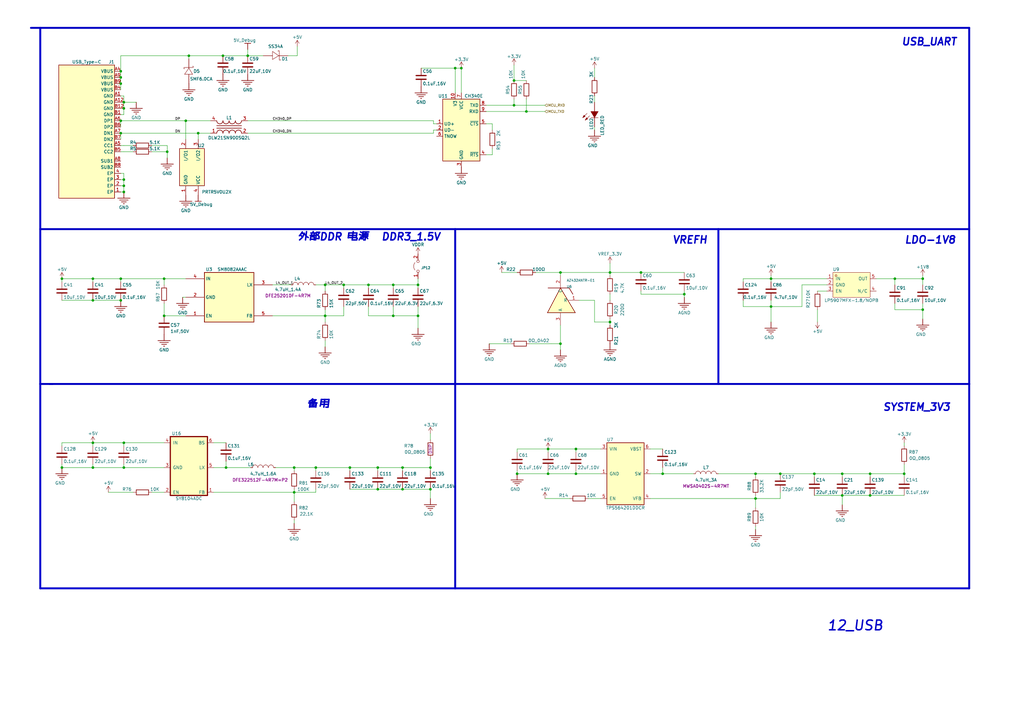
<source format=kicad_sch>
(kicad_sch (version 20230121) (generator eeschema)
  (paper "A3")
  (junction (at 120.65 191.77))
  (junction (at 91.44 22.86))
  (junction (at 49.53 123.19))
  (junction (at 38.1 191.77))
  (junction (at 334.01 194.31))
  (junction (at 224.79 184.15))
  (junction (at 250.19 111.76))
  (junction (at 212.09 194.31))
  (junction (at 345.44 203.2))
  (junction (at 133.35 116.84))
  (junction (at 143.51 191.77))
  (junction (at 133.35 129.54))
  (junction (at 356.87 203.2))
  (junction (at 367.03 114.3))
  (junction (at 176.53 191.77))
  (junction (at 50.8 181.61))
  (junction (at 250.19 132.08))
  (junction (at 262.89 111.76))
  (junction (at 92.71 191.77))
  (junction (at 67.31 129.54))
  (junction (at 370.84 194.31))
  (junction (at 161.29 116.84))
  (junction (at 189.23 27.94))
  (junction (at 210.82 33.02))
  (junction (at 378.46 127))
  (junction (at 154.94 200.66))
  (junction (at 320.04 194.31))
  (junction (at 165.1 200.66))
  (junction (at 38.1 123.19))
  (junction (at 76.2 49.53))
  (junction (at 49.53 34.29))
  (junction (at 25.4 114.3))
  (junction (at 49.53 29.21))
  (junction (at 38.1 114.3))
  (junction (at 345.44 194.31))
  (junction (at 171.45 129.54))
  (junction (at 271.78 194.31))
  (junction (at 50.8 73.66))
  (junction (at 50.8 191.77))
  (junction (at 67.31 114.3))
  (junction (at 224.79 194.31))
  (junction (at 129.54 191.77))
  (junction (at 38.1 181.61))
  (junction (at 49.53 31.75))
  (junction (at 309.88 194.31))
  (junction (at 280.67 120.65))
  (junction (at 165.1 191.77))
  (junction (at 210.82 43.18))
  (junction (at 236.22 194.31))
  (junction (at 50.8 76.2))
  (junction (at 77.47 22.86))
  (junction (at 140.97 116.84))
  (junction (at 161.29 129.54))
  (junction (at 378.46 114.3))
  (junction (at 154.94 191.77))
  (junction (at 171.45 116.84))
  (junction (at 186.69 27.94))
  (junction (at 50.8 44.45))
  (junction (at 229.87 140.97))
  (junction (at 25.4 191.77))
  (junction (at 316.23 125.73))
  (junction (at 215.9 45.72))
  (junction (at 151.13 116.84))
  (junction (at 50.8 78.74))
  (junction (at 50.8 41.91))
  (junction (at 316.23 114.3))
  (junction (at 81.28 54.61))
  (junction (at 101.6 22.86))
  (junction (at 49.53 54.61))
  (junction (at 176.53 200.66))
  (junction (at 49.53 49.53))
  (junction (at 229.87 111.76))
  (junction (at 356.87 194.31))
  (junction (at 120.65 201.93))
  (junction (at 68.58 62.23))
  (junction (at 49.53 114.3))
  (junction (at 236.22 184.15))
  (junction (at 309.88 204.47))
  (wire (pts (xy 316.23 114.3) (xy 339.09 114.3)) (stroke (width 0.15)))
  (wire (pts (xy 176.53 177.8) (xy 176.53 180.34)))
  (wire (pts (xy 50.8 190.5) (xy 50.8 191.77)))
  (wire (pts (xy 49.53 76.2) (xy 50.8 76.2)))
  (wire (pts (xy 246.38 184.15) (xy 236.22 184.15)))
  (wire (pts (xy 320.04 194.31) (xy 334.01 194.31)))
  (wire (pts (xy 335.28 132.08) (xy 335.28 127)))
  (polyline (pts (xy 186.69 93.98) (xy 186.69 157.48)) (stroke (width 0.8) (type solid)))
  (wire (pts (xy 143.51 191.77) (xy 154.94 191.77)))
  (wire (pts (xy 224.79 194.31) (xy 224.79 193.04)))
  (wire (pts (xy 165.1 191.77) (xy 176.53 191.77)))
  (wire (pts (xy 189.23 38.1) (xy 189.23 27.94)) (stroke (width 0.15)))
  (wire (pts (xy 49.53 29.21) (xy 49.53 31.75)) (stroke (width 0.15)))
  (wire (pts (xy 304.8 125.73) (xy 316.23 125.73)))
  (wire (pts (xy 49.53 22.86) (xy 77.47 22.86)) (stroke (width 0.15)))
  (wire (pts (xy 370.84 194.31) (xy 370.84 195.58)))
  (wire (pts (xy 334.01 203.2) (xy 345.44 203.2)))
  (wire (pts (xy 316.23 132.08) (xy 316.23 125.73)) (stroke (width 0.15)))
  (wire (pts (xy 133.35 129.54) (xy 140.97 129.54)))
  (wire (pts (xy 250.19 113.03) (xy 250.19 111.76)) (stroke (width 0.15)))
  (wire (pts (xy 161.29 116.84) (xy 171.45 116.84)))
  (wire (pts (xy 143.51 200.66) (xy 154.94 200.66)))
  (wire (pts (xy 50.8 71.12) (xy 50.8 73.66)) (stroke (width 0.15)))
  (wire (pts (xy 62.23 59.69) (xy 68.58 59.69)) (stroke (width 0.15)))
  (wire (pts (xy 320.04 204.47) (xy 320.04 201.93)))
  (wire (pts (xy 67.31 124.46) (xy 67.31 129.54)) (stroke (width 0.15)))
  (wire (pts (xy 161.29 129.54) (xy 161.29 125.73)))
  (wire (pts (xy 77.47 22.86) (xy 91.44 22.86)) (stroke (width 0.15)))
  (wire (pts (xy 129.54 193.04) (xy 129.54 191.77)))
  (wire (pts (xy 120.65 191.77) (xy 120.65 193.04)))
  (polyline (pts (xy 397.51 157.48) (xy 397.51 241.3)) (stroke (width 0.8) (type solid)))
  (wire (pts (xy 38.1 181.61) (xy 38.1 182.88)))
  (wire (pts (xy 68.58 59.69) (xy 68.58 62.23)) (stroke (width 0.15)))
  (wire (pts (xy 316.23 113.03) (xy 316.23 114.3)) (stroke (width 0.15)))
  (wire (pts (xy 217.17 140.97) (xy 226.06 140.97)))
  (wire (pts (xy 250.19 107.95) (xy 250.19 111.76)) (stroke (width 0.15)))
  (wire (pts (xy 215.9 45.72) (xy 223.52 45.72)) (stroke (width 0.15)))
  (wire (pts (xy 236.22 184.15) (xy 236.22 185.42)))
  (wire (pts (xy 224.79 194.31) (xy 212.09 194.31)))
  (wire (pts (xy 219.71 111.76) (xy 229.87 111.76)))
  (wire (pts (xy 50.8 181.61) (xy 38.1 181.61)))
  (wire (pts (xy 367.03 114.3) (xy 367.03 116.84)) (stroke (width 0.15)))
  (wire (pts (xy 223.52 43.18) (xy 210.82 43.18)) (stroke (width 0.15)))
  (wire (pts (xy 356.87 203.2) (xy 370.84 203.2)))
  (wire (pts (xy 68.58 64.77) (xy 68.58 62.23)))
  (wire (pts (xy 87.63 181.61) (xy 92.71 181.61)))
  (wire (pts (xy 171.45 129.54) (xy 171.45 125.73)))
  (wire (pts (xy 50.8 191.77) (xy 38.1 191.77)))
  (wire (pts (xy 87.63 201.93) (xy 120.65 201.93)))
  (wire (pts (xy 212.09 194.31) (xy 212.09 193.04)))
  (wire (pts (xy 133.35 129.54) (xy 133.35 132.08)) (stroke (width 0.15)))
  (wire (pts (xy 250.19 120.65) (xy 250.19 123.19)) (stroke (width 0.15)))
  (wire (pts (xy 161.29 129.54) (xy 171.45 129.54)))
  (wire (pts (xy 177.8 50.8) (xy 177.8 49.53)))
  (wire (pts (xy 367.03 124.46) (xy 367.03 127)) (stroke (width 0.15)))
  (wire (pts (xy 92.71 191.77) (xy 102.87 191.77)))
  (wire (pts (xy 201.93 63.5) (xy 199.39 63.5)) (stroke (width 0.15)))
  (wire (pts (xy 38.1 114.3) (xy 49.53 114.3)) (stroke (width 0.15)))
  (wire (pts (xy 140.97 116.84) (xy 151.13 116.84)))
  (wire (pts (xy 356.87 194.31) (xy 356.87 195.58)))
  (wire (pts (xy 49.53 71.12) (xy 50.8 71.12)))
  (wire (pts (xy 280.67 119.38) (xy 280.67 120.65)) (stroke (width 0.15)))
  (wire (pts (xy 50.8 41.91) (xy 55.88 41.91)) (stroke (width 0.15)))
  (wire (pts (xy 25.4 123.19) (xy 38.1 123.19)) (stroke (width 0.15)))
  (wire (pts (xy 50.8 41.91) (xy 50.8 44.45)))
  (wire (pts (xy 229.87 143.51) (xy 229.87 140.97)))
  (wire (pts (xy 120.65 201.93) (xy 120.65 205.74)))
  (wire (pts (xy 271.78 194.31) (xy 284.48 194.31)))
  (wire (pts (xy 49.53 49.53) (xy 49.53 52.07)) (stroke (width 0.15)))
  (wire (pts (xy 370.84 190.5) (xy 370.84 194.31)))
  (wire (pts (xy 129.54 191.77) (xy 143.51 191.77)))
  (wire (pts (xy 199.39 50.8) (xy 201.93 50.8)) (stroke (width 0.15)))
  (wire (pts (xy 133.35 142.24) (xy 133.35 139.7)) (stroke (width 0.15)))
  (wire (pts (xy 243.84 132.08) (xy 250.19 132.08)) (stroke (width 0.15)))
  (wire (pts (xy 49.53 73.66) (xy 50.8 73.66)))
  (wire (pts (xy 328.93 116.84) (xy 328.93 125.73)) (stroke (width 0.15)))
  (polyline (pts (xy 16.51 11.43) (xy 16.51 157.48)) (stroke (width 0.8) (type solid)))
  (wire (pts (xy 309.88 194.31) (xy 320.04 194.31)))
  (polyline (pts (xy 397.51 97.79) (xy 397.51 99.06)) (stroke (width 0.5) (type solid)))
  (wire (pts (xy 50.8 76.2) (xy 50.8 78.74)) (stroke (width 0.15)))
  (wire (pts (xy 262.89 119.38) (xy 262.89 120.65)) (stroke (width 0.15)))
  (wire (pts (xy 359.41 114.3) (xy 367.03 114.3)) (stroke (width 0.15)))
  (wire (pts (xy 49.53 39.37) (xy 50.8 39.37)))
  (wire (pts (xy 339.09 116.84) (xy 328.93 116.84)) (stroke (width 0.15)))
  (wire (pts (xy 49.53 54.61) (xy 49.53 57.15)) (stroke (width 0.15)))
  (wire (pts (xy 201.93 60.96) (xy 201.93 63.5)) (stroke (width 0.15)))
  (wire (pts (xy 250.19 111.76) (xy 262.89 111.76)))
  (wire (pts (xy 151.13 116.84) (xy 151.13 118.11)))
  (wire (pts (xy 250.19 130.81) (xy 250.19 132.08)) (stroke (width 0.15)))
  (wire (pts (xy 215.9 40.64) (xy 215.9 45.72)))
  (wire (pts (xy 316.23 114.3) (xy 316.23 115.57)) (stroke (width 0.15)))
  (wire (pts (xy 304.8 114.3) (xy 316.23 114.3)))
  (wire (pts (xy 210.82 40.64) (xy 210.82 43.18)) (stroke (width 0.15)))
  (wire (pts (xy 345.44 207.01) (xy 345.44 203.2)))
  (wire (pts (xy 210.82 26.67) (xy 210.82 33.02)))
  (wire (pts (xy 229.87 111.76) (xy 250.19 111.76)) (stroke (width 0.15)))
  (wire (pts (xy 370.84 181.61) (xy 370.84 182.88)))
  (wire (pts (xy 266.7 204.47) (xy 309.88 204.47)))
  (wire (pts (xy 49.53 114.3) (xy 67.31 114.3)) (stroke (width 0.15)))
  (wire (pts (xy 304.8 123.19) (xy 304.8 125.73)))
  (wire (pts (xy 101.6 54.61) (xy 177.8 54.61)))
  (wire (pts (xy 50.8 59.69) (xy 54.61 59.69)) (stroke (width 0.15)))
  (wire (pts (xy 378.46 116.84) (xy 378.46 114.3)) (stroke (width 0.15)))
  (wire (pts (xy 186.69 27.94) (xy 189.23 27.94)) (stroke (width 0.15)))
  (wire (pts (xy 229.87 111.76) (xy 229.87 113.03)) (stroke (width 0.15)))
  (wire (pts (xy 201.93 50.8) (xy 201.93 53.34)) (stroke (width 0.15)))
  (wire (pts (xy 120.65 200.66) (xy 120.65 201.93)))
  (wire (pts (xy 120.65 214.63) (xy 120.65 213.36)) (stroke (width 0.15)))
  (wire (pts (xy 367.03 127) (xy 378.46 127)) (stroke (width 0.15)))
  (wire (pts (xy 133.35 127) (xy 133.35 129.54)) (stroke (width 0.15)))
  (wire (pts (xy 113.03 191.77) (xy 120.65 191.77)))
  (wire (pts (xy 223.52 204.47) (xy 233.68 204.47)))
  (wire (pts (xy 67.31 191.77) (xy 50.8 191.77)))
  (wire (pts (xy 38.1 191.77) (xy 25.4 191.77)))
  (wire (pts (xy 177.8 53.34) (xy 179.07 53.34)))
  (wire (pts (xy 229.87 133.35) (xy 229.87 140.97)))
  (wire (pts (xy 226.06 140.97) (xy 229.87 140.97)) (stroke (width 0.15)))
  (wire (pts (xy 101.6 49.53) (xy 125.73 49.53)) (stroke (width 0.15)))
  (wire (pts (xy 76.2 49.53) (xy 86.36 49.53)))
  (wire (pts (xy 49.53 78.74) (xy 50.8 78.74)))
  (wire (pts (xy 81.28 54.61) (xy 81.28 57.15)))
  (wire (pts (xy 176.53 191.77) (xy 176.53 193.04)))
  (wire (pts (xy 236.22 193.04) (xy 236.22 194.31)))
  (wire (pts (xy 133.35 119.38) (xy 133.35 116.84)))
  (wire (pts (xy 67.31 114.3) (xy 67.31 116.84)) (stroke (width 0.15)))
  (wire (pts (xy 177.8 54.61) (xy 177.8 53.34)))
  (wire (pts (xy 151.13 129.54) (xy 151.13 125.73)))
  (polyline (pts (xy 294.64 93.98) (xy 294.64 157.48)) (stroke (width 0.8) (type solid)))
  (wire (pts (xy 76.2 49.53) (xy 76.2 57.15)))
  (wire (pts (xy 120.65 191.77) (xy 129.54 191.77)))
  (wire (pts (xy 111.76 116.84) (xy 119.38 116.84)) (stroke (width 0.15)))
  (wire (pts (xy 176.53 204.47) (xy 176.53 200.66)))
  (wire (pts (xy 38.1 181.61) (xy 25.4 181.61)))
  (wire (pts (xy 334.01 194.31) (xy 334.01 195.58)))
  (wire (pts (xy 309.88 194.31) (xy 309.88 195.58)))
  (wire (pts (xy 309.88 217.17) (xy 309.88 215.9)) (stroke (width 0.15)))
  (wire (pts (xy 243.84 52.07) (xy 243.84 53.34)))
  (wire (pts (xy 309.88 203.2) (xy 309.88 204.47)))
  (wire (pts (xy 280.67 121.92) (xy 280.67 120.65)) (stroke (width 0.15)))
  (wire (pts (xy 209.55 140.97) (xy 200.66 140.97)) (stroke (width 0.15)))
  (wire (pts (xy 154.94 200.66) (xy 165.1 200.66)))
  (wire (pts (xy 212.09 184.15) (xy 212.09 185.42)))
  (wire (pts (xy 309.88 204.47) (xy 320.04 204.47)))
  (wire (pts (xy 92.71 191.77) (xy 92.71 189.23)))
  (wire (pts (xy 210.82 33.02) (xy 215.9 33.02)))
  (wire (pts (xy 154.94 191.77) (xy 154.94 193.04)))
  (wire (pts (xy 356.87 194.31) (xy 370.84 194.31)))
  (wire (pts (xy 328.93 125.73) (xy 316.23 125.73)) (stroke (width 0.15)))
  (wire (pts (xy 49.53 59.69) (xy 50.8 59.69)))
  (wire (pts (xy 171.45 114.3) (xy 171.45 116.84)))
  (wire (pts (xy 111.76 129.54) (xy 133.35 129.54)) (stroke (width 0.15)))
  (wire (pts (xy 179.07 50.8) (xy 177.8 50.8)))
  (wire (pts (xy 81.28 54.61) (xy 86.36 54.61)) (stroke (width 0.15)))
  (wire (pts (xy 316.23 123.19) (xy 316.23 125.73)) (stroke (width 0.15)))
  (wire (pts (xy 49.53 22.86) (xy 49.53 29.21)) (stroke (width 0.15)))
  (wire (pts (xy 87.63 191.77) (xy 92.71 191.77)))
  (wire (pts (xy 165.1 191.77) (xy 165.1 193.04)))
  (wire (pts (xy 50.8 181.61) (xy 50.8 182.88)))
  (wire (pts (xy 345.44 203.2) (xy 356.87 203.2)))
  (wire (pts (xy 101.6 20.32) (xy 101.6 22.86)) (stroke (width 0.15)))
  (polyline (pts (xy 397.51 241.3) (xy 16.51 241.3)) (stroke (width 0.8) (type solid)))
  (wire (pts (xy 101.6 22.86) (xy 107.95 22.86)))
  (wire (pts (xy 67.31 114.3) (xy 76.2 114.3)) (stroke (width 0.15)))
  (polyline (pts (xy 186.69 157.48) (xy 186.69 241.3)) (stroke (width 0.8) (type solid)))
  (wire (pts (xy 49.53 115.57) (xy 49.53 114.3)) (stroke (width 0.15)))
  (polyline (pts (xy 12.7 11.43) (xy 397.51 11.43)) (stroke (width 0.8) (type solid)))
  (wire (pts (xy 129.54 201.93) (xy 129.54 200.66)))
  (wire (pts (xy 38.1 123.19) (xy 49.53 123.19)) (stroke (width 0.15)))
  (wire (pts (xy 237.49 123.19) (xy 243.84 123.19)) (stroke (width 0.15)))
  (polyline (pts (xy 16.51 93.98) (xy 397.51 93.98)) (stroke (width 0.8) (type solid)))
  (wire (pts (xy 25.4 191.77) (xy 25.4 190.5)))
  (wire (pts (xy 309.88 204.47) (xy 309.88 208.28)))
  (wire (pts (xy 243.84 27.94) (xy 243.84 31.75)) (stroke (width 0.15)))
  (wire (pts (xy 280.67 120.65) (xy 262.89 120.65)) (stroke (width 0.15)))
  (wire (pts (xy 304.8 115.57) (xy 304.8 114.3)))
  (wire (pts (xy 77.47 22.86) (xy 77.47 24.13)))
  (wire (pts (xy 50.8 39.37) (xy 50.8 41.91)) (stroke (width 0.15)))
  (wire (pts (xy 44.45 201.93) (xy 54.61 201.93)))
  (wire (pts (xy 176.53 187.96) (xy 176.53 191.77)))
  (wire (pts (xy 67.31 181.61) (xy 50.8 181.61)))
  (wire (pts (xy 172.72 27.94) (xy 186.69 27.94)) (stroke (width 0.15)))
  (wire (pts (xy 49.53 31.75) (xy 49.53 34.29)) (stroke (width 0.15)))
  (wire (pts (xy 49.53 34.29) (xy 49.53 36.83)) (stroke (width 0.15)))
  (wire (pts (xy 140.97 116.84) (xy 140.97 118.11)))
  (wire (pts (xy 133.35 116.84) (xy 140.97 116.84)))
  (wire (pts (xy 243.84 123.19) (xy 243.84 132.08)) (stroke (width 0.15)))
  (wire (pts (xy 38.1 115.57) (xy 38.1 114.3)) (stroke (width 0.15)))
  (wire (pts (xy 121.92 19.05) (xy 121.92 22.86)))
  (wire (pts (xy 120.65 201.93) (xy 129.54 201.93)))
  (wire (pts (xy 339.09 119.38) (xy 335.28 119.38)) (stroke (width 0.15)))
  (wire (pts (xy 165.1 200.66) (xy 176.53 200.66)))
  (wire (pts (xy 171.45 134.62) (xy 171.45 129.54)))
  (wire (pts (xy 210.82 43.18) (xy 199.39 43.18)) (stroke (width 0.15)))
  (wire (pts (xy 250.19 133.35) (xy 250.19 132.08)) (stroke (width 0.15)))
  (wire (pts (xy 345.44 194.31) (xy 356.87 194.31)))
  (wire (pts (xy 121.92 22.86) (xy 118.11 22.86)))
  (wire (pts (xy 143.51 191.77) (xy 143.51 193.04)))
  (wire (pts (xy 62.23 62.23) (xy 68.58 62.23)) (stroke (width 0.15)))
  (wire (pts (xy 151.13 116.84) (xy 161.29 116.84)))
  (wire (pts (xy 161.29 116.84) (xy 161.29 118.11)))
  (wire (pts (xy 378.46 130.81) (xy 378.46 127)) (stroke (width 0.15)))
  (wire (pts (xy 49.53 46.99) (xy 50.8 46.99)))
  (polyline (pts (xy 16.51 157.48) (xy 21.59 157.48)) (stroke (width 0.8) (type solid)))
  (wire (pts (xy 38.1 191.77) (xy 38.1 190.5)))
  (wire (pts (xy 266.7 184.15) (xy 271.78 184.15)))
  (wire (pts (xy 294.64 194.31) (xy 309.88 194.31)))
  (wire (pts (xy 154.94 191.77) (xy 165.1 191.77)))
  (wire (pts (xy 246.38 194.31) (xy 236.22 194.31)))
  (wire (pts (xy 49.53 54.61) (xy 81.28 54.61)) (stroke (width 0.15)))
  (wire (pts (xy 91.44 22.86) (xy 101.6 22.86)) (stroke (width 0.15)))
  (wire (pts (xy 76.2 129.54) (xy 67.31 129.54)) (stroke (width 0.15)))
  (wire (pts (xy 38.1 114.3) (xy 25.4 114.3)) (stroke (width 0.15)))
  (wire (pts (xy 151.13 129.54) (xy 161.29 129.54)))
  (wire (pts (xy 125.73 49.53) (xy 177.8 49.53)))
  (wire (pts (xy 205.74 111.76) (xy 212.09 111.76)) (stroke (width 0.15)))
  (polyline (pts (xy 20.32 157.48) (xy 397.51 157.48)) (stroke (width 0.8) (type solid)))
  (wire (pts (xy 199.39 45.72) (xy 215.9 45.72)) (stroke (width 0.15)))
  (wire (pts (xy 266.7 194.31) (xy 271.78 194.31)))
  (wire (pts (xy 224.79 184.15) (xy 212.09 184.15)))
  (wire (pts (xy 50.8 44.45) (xy 50.8 46.99)) (stroke (width 0.15)))
  (wire (pts (xy 62.23 201.93) (xy 67.31 201.93)))
  (wire (pts (xy 262.89 111.76) (xy 280.67 111.76)) (stroke (width 0.15)))
  (wire (pts (xy 224.79 194.31) (xy 236.22 194.31)))
  (wire (pts (xy 50.8 62.23) (xy 54.61 62.23)) (stroke (width 0.15)))
  (wire (pts (xy 224.79 184.15) (xy 224.79 185.42)))
  (wire (pts (xy 129.54 116.84) (xy 133.35 116.84)))
  (wire (pts (xy 140.97 129.54) (xy 140.97 125.73)))
  (wire (pts (xy 241.3 204.47) (xy 246.38 204.47)))
  (wire (pts (xy 334.01 194.31) (xy 345.44 194.31)))
  (wire (pts (xy 367.03 114.3) (xy 378.46 114.3)) (stroke (width 0.15)))
  (wire (pts (xy 50.8 73.66) (xy 50.8 76.2)) (stroke (width 0.15)))
  (wire (pts (xy 378.46 124.46) (xy 378.46 127)) (stroke (width 0.15)))
  (wire (pts (xy 25.4 114.3) (xy 25.4 115.57)) (stroke (width 0.15)))
  (wire (pts (xy 171.45 116.84) (xy 171.45 118.11)))
  (wire (pts (xy 49.53 62.23) (xy 50.8 62.23)))
  (wire (pts (xy 186.69 27.94) (xy 186.69 38.1)) (stroke (width 0.15)))
  (wire (pts (xy 76.2 121.92) (xy 74.93 121.92)) (stroke (width 0.15)))
  (wire (pts (xy 345.44 194.31) (xy 345.44 195.58)))
  (wire (pts (xy 243.84 39.37) (xy 243.84 41.91)))
  (wire (pts (xy 25.4 181.61) (xy 25.4 182.88)))
  (wire (pts (xy 49.53 49.53) (xy 76.2 49.53)))
  (wire (pts (xy 378.46 113.03) (xy 378.46 114.3)))
  (wire (pts (xy 224.79 184.15) (xy 236.22 184.15)))
  (wire (pts (xy 271.78 194.31) (xy 271.78 191.77)))
  (polyline (pts (xy 16.51 241.3) (xy 16.51 157.48)) (stroke (width 0.8) (type solid)))
  (polyline (pts (xy 397.51 11.43) (xy 397.51 157.48)) (stroke (width 0.8) (type solid)))
  (text "VREFH" (at 275.59 100.33 0) (effects (font (size 3 3) (thickness 0.6) bold italic) (justify left bottom)))
  (text "12_USB" (at 339.09 259.08 0) (effects (font (size 4 4) (thickness 0.6) bold italic) (justify left bottom)))
  (text "备用" (at 125.73 167.64 0) (effects (font (size 3 3) (thickness 0.6) bold italic) (justify left bottom)))
  (text "USB_UART" (at 369.57 19.05 0) (effects (font (size 3 3) (thickness 0.6) bold italic) (justify left bottom)))
  (text "外部DDR 电源\n" (at 121.92 99.06 0) (effects (font (size 3 3) (thickness 0.6) bold italic) (justify left bottom)))
  (text "LDO-1V8" (at 370.84 100.33 0) (effects (font (size 3 3) (thickness 0.6) bold italic) (justify left bottom)))
  (text "DDR3_1.5V" (at 156.21 99.06 0) (effects (font (size 3 3) (thickness 0.6) bold italic) (justify left bottom)))
  (text "SYSTEM_3V3" (at 361.95 168.91 0) (effects (font (size 3 3) (thickness 0.6) bold italic) (justify left bottom)))
  (label "DN" (at 71.755 54.61 0) (effects (font (size 1 1))))
  (label "CH340_DN" (at 111.76 54.61 0) (effects (font (size 1 1))))
  (label "L4_OUT_2" (at 133.35 116.84 0) (effects (font (size 1 1))))
  (label "DP" (at 71.755 49.53 0) (effects (font (size 1 1))))
  (label "L4_OUT_1" (at 113.03 116.84 0) (effects (font (size 1 1))))
  (label "CH340_DP" (at 111.76 49.53 0) (effects (font (size 1 1))))
  (hierarchical_label "MCU_TXD" (shape input) (at 223.52 45.72 0) (effects (font (size 1 1))))
  (hierarchical_label "MCU_RXD" (shape input) (at 223.52 43.18 0) (effects (font (size 1 1))))
  (symbol (lib_id "02_HPM_Resistor:0Ω_0805") (at 176.53 184.15 90) (unit 1)
    (property "Reference" "R78" (at 167.64 182.88 90))
    (property "Value" "0Ω_0805" (at 170.18 185.42 90))
    (property "Footprint" "02_HPM_Resistor:R_0805_2012Metric" (effects hide))
    (property "Model" "RS-05000JT" (effects hide))
    (property "Company" "FH(风华)" (effects hide))
    (property "ASSY_OPT" "DNP" (at 176.53 184.15 0))
  )
  (symbol (lib_id "07_HPM_Inductance:4.7uH_3A") (at 289.56 194.31 0) (unit 1)
    (property "Reference" "L7" (at 289.56 191.77 0))
    (property "Value" "4.7uH_3A" (at 289.56 196.85 0))
    (property "Footprint" "07_HPM_Inductance:SMD_L4.4-W4.2" (effects hide))
    (property "Model" "MWSA0402S-4R7MT" (at 289.56 199.39 0))
    (property "Company" "Sunlord(顺络)" (effects hide))
  )
  (symbol (lib_id "456-altium-import:GND") (at 91.44 30.48 0) (unit 1)
    (property "Reference" "#PWR0155" (effects hide))
    (property "Value" "GND" (at 91.44 36.83 0))
  )
  (symbol (lib_id "333-altium-import:GND") (at 378.46 130.81 0) (unit 1)
    (property "Reference" "#PWR0206" (effects hide))
    (property "Value" "GND" (at 379.73 137.16 0) (effects (justify right)))
  )
  (symbol (lib_id "03_HPM_Capacitance:1nF,50V") (at 67.31 133.35 0) (unit 1)
    (property "Reference" "C57" (at 69.85 133.35 0) (effects (justify left)))
    (property "Value" "1nF,50V" (at 69.85 135.89 0) (effects (justify left)))
    (property "Footprint" "03_HPM_Capacitance:C_0402" (effects hide))
    (property "Model" "CL05B102KB5NNNC" (effects hide))
    (property "Company" "SAMSUNG(三星)" (effects hide))
  )
  (symbol (lib_id "03_HPM_Capacitance:22uF,10V") (at 101.6 26.67 0) (unit 1)
    (property "Reference" "C59" (at 102.235 24.13 0) (effects (justify left)))
    (property "Value" "22uF,10V" (at 102.235 29.21 0) (effects (justify left)))
    (property "Footprint" "03_HPM_Capacitance:C_0603" (effects hide))
    (property "Model" " CL10A226MP8NUNE" (effects hide))
    (property "Company" " SAMSUNG(三星)" (effects hide))
  )
  (symbol (lib_id "03_HPM_Capacitance:0.1uF,16V") (at 25.4 186.69 0) (unit 1)
    (property "Reference" "C128" (at 26.035 184.15 0) (effects (justify left)))
    (property "Value" "0.1uF,16V" (at 26.035 189.23 0) (effects (justify left)))
    (property "Footprint" "03_HPM_Capacitance:C_0402" (effects hide))
    (property "Model" "CL05B104KO5NNNC" (effects hide))
    (property "Company" "SAMSUNG(三星)" (effects hide))
  )
  (symbol (lib_id "333-altium-import:GND") (at 316.23 132.08 0) (unit 1)
    (property "Reference" "#PWR0205" (effects hide))
    (property "Value" "GND" (at 317.5 138.43 0) (effects (justify right)))
  )
  (symbol (lib_id "08_Power_IC:SY8104ADC") (at 77.47 184.15 0) (unit 1)
    (property "Reference" "U16" (at 72.39 177.8 0))
    (property "Value" "SY8104ADC" (at 77.47 204.47 0))
    (property "Footprint" "08_Power_IC:SOT-23-6" (effects hide))
    (property "Model" "SY8104ADC" (effects hide))
    (property "Company" "silergy(矽力杰)" (effects hide))
  )
  (symbol (lib_id "02_HPM_Resistor:100K") (at 309.88 199.39 90) (unit 1)
    (property "Reference" "R88" (at 307.34 199.39 0))
    (property "Value" "33.2K" (at 312.42 199.39 0))
    (property "Footprint" "02_HPM_Resistor:R_0402_1005Metric" (effects hide))
    (property "Model" "0402WGF1003TCE" (effects hide))
    (property "Company" "UNI-ROYAL(厚声)" (effects hide))
  )
  (symbol (lib_id "power:+5V") (at 223.52 204.47 0) (unit 1)
    (property "Reference" "#PWR0186" (effects hide))
    (property "Value" "+5V" (at 223.52 200.66 0))
  )
  (symbol (lib_id "power:+3.3V") (at 370.84 181.61 0) (unit 1)
    (property "Reference" "#PWR0184" (effects hide))
    (property "Value" "+3.3V" (at 370.84 178.054 0))
  )
  (symbol (lib_id "07_HPM_Inductance:DLW21SN900SQ2L") (at 85.09 46.99 0) (unit 1)
    (property "Reference" "L1" (at 93.98 48.26 0))
    (property "Value" "DLW21SN900SQ2L" (at 93.98 56.515 0))
    (property "Footprint" "07_HPM_Inductance:L2012" (effects hide))
    (property "Model" "DLW21SN900SQ2L" (effects hide))
    (property "Company" "muRata(村田)" (effects hide))
  )
  (symbol (lib_id "03_HPM_Capacitance:22uF,6.3V") (at 161.29 121.92 0) (unit 1)
    (property "Reference" "C65" (at 161.925 119.38 0) (effects (justify left)))
    (property "Value" "22uF,6.3V" (at 161.925 124.46 0) (effects (justify left)))
    (property "Footprint" "03_HPM_Capacitance:C_0603" (effects hide))
    (property "Model" " CL10A226MQ8NRNC" (effects hide))
    (property "Company" " SAMSUNG(三星)" (effects hide))
  )
  (symbol (lib_id "456-altium-import:GND") (at 68.58 64.77 0) (unit 1)
    (property "Reference" "#PWR0172" (effects hide))
    (property "Value" "GND" (at 68.58 71.12 0))
  )
  (symbol (lib_id "02_HPM_Resistor:10K") (at 67.31 120.65 90) (unit 1)
    (property "Reference" "R67" (at 64.77 121.92 0))
    (property "Value" "10K" (at 64.77 116.84 0))
    (property "Footprint" "02_HPM_Resistor:R_0402_1005Metric" (effects hide))
    (property "Model" "0402WGF1002TCE" (effects hide))
    (property "Company" "UNI-ROYAL(厚声)" (effects hide))
  )
  (symbol (lib_id "456-altium-import:GND") (at 101.6 30.48 0) (unit 1)
    (property "Reference" "#PWR0154" (effects hide))
    (property "Value" "GND" (at 101.6 36.83 0))
  )
  (symbol (lib_id "08_Power_IC:TPS564201DDCR") (at 256.54 191.77 0) (unit 1)
    (property "Reference" "U7" (at 250.19 180.34 0))
    (property "Value" "TPS564201DDCR" (at 256.54 208.28 0))
    (property "Footprint" "08_Power_IC:SOT-23-6" (effects hide))
    (property "Model" "TPS564201DDCR" (effects hide))
    (property "Company" "TI" (effects hide))
  )
  (symbol (lib_id "04_HPM_Diode:SS24A") (at 113.03 22.86 180) (unit 1)
    (property "Reference" "D1" (at 116.84 24.13 0))
    (property "Value" "SS34A" (at 113.03 19.05 0))
    (property "Footprint" "04_HPM_Diode:SMA" (effects hide))
    (property "Model" "SS24A" (effects hide))
    (property "Company" "YANGJIE(扬杰)" (effects hide))
  )
  (symbol (lib_id "456-altium-import:GND") (at 189.23 68.58 0) (unit 1)
    (property "Reference" "#PWR0141" (effects hide))
    (property "Value" "GND" (at 189.23 74.93 0))
  )
  (symbol (lib_id "02_HPM_Resistor:5.1K") (at 58.42 62.23 0) (unit 1)
    (property "Reference" "R5" (at 54.61 60.96 0))
    (property "Value" "5.1K" (at 63.5 60.96 0))
    (property "Footprint" "02_HPM_Resistor:R_0402" (effects hide))
    (property "Model" "0402WGF5101TCE" (effects hide))
    (property "Company" "UNI-ROYAL(厚声)" (effects hide))
  )
  (symbol (lib_id "07_HPM_Inductance:4.7uH_1.4A") (at 124.46 116.84 0) (unit 1)
    (property "Reference" "L4" (at 121.92 114.3 0))
    (property "Value" "4.7uH_1.4A" (at 118.11 118.745 0))
    (property "Footprint" "07_HPM_Inductance:L252010" (effects hide))
    (property "Model" "DFE252010F-4R7M" (at 118.11 121.285 0))
    (property "Company" "muRata(村田)" (effects hide))
  )
  (symbol (lib_id "02_HPM_Resistor:100K") (at 120.65 196.85 90) (unit 1)
    (property "Reference" "R81" (at 124.46 198.12 90))
    (property "Value" "100K" (at 124.46 200.66 90))
    (property "Footprint" "02_HPM_Resistor:R_0402_1005Metric" (effects hide))
    (property "Model" "0402WGF1003TCE" (effects hide))
    (property "Company" "UNI-ROYAL(厚声)" (effects hide))
  )
  (symbol (lib_id "05_HPM_Connector:USB_Type-C") (at 24.13 26.67 0) (unit 1)
    (property "Reference" "J1" (at 45.72 25.4 0))
    (property "Value" "USB_Type-C" (at 35.56 25.4 0))
    (property "Footprint" "05_HPM_Connector:TYPE-C-16P" (effects hide))
    (property "Model" "KH-TYPE-C-16P" (effects hide))
    (property "Company" "kinghelm(金航标)" (effects hide))
  )
  (symbol (lib_id "electric-altium-import:GND") (at 67.31 137.16 0) (unit 1)
    (property "Reference" "#PWR024" (effects hide))
    (property "Value" "GND" (at 67.31 143.51 0))
  )
  (symbol (lib_id "power:+5V") (at 243.84 27.94 0) (unit 1)
    (property "Reference" "#PWR0180" (effects hide))
    (property "Value" "+5V" (at 243.84 24.13 0))
  )
  (symbol (lib_id "02_HPM_Resistor:0Ω_0402") (at 213.36 140.97 0) (unit 1)
    (property "Reference" "R13" (at 208.28 139.7 0))
    (property "Value" "0Ω_0402" (at 220.98 139.7 0))
    (property "Footprint" "02_HPM_Resistor:R_0402_1005Metric" (effects hide))
    (property "Model" "RC0402JR-070RL" (effects hide))
    (property "Company" "YAGEO(国巨)" (effects hide))
  )
  (symbol (lib_name "10K_2") (lib_id "02_HPM_Resistor:10K") (at 335.28 123.19 90) (unit 1)
    (property "Reference" "R27" (at 331.47 124.46 0))
    (property "Value" "10K" (at 331.47 120.65 0))
    (property "Footprint" "02_HPM_Resistor:R_0402_1005Metric" (effects hide))
    (property "Model" "0402WGF1002TCE" (effects hide))
    (property "Company" "UNI-ROYAL(厚声)" (effects hide))
  )
  (symbol (lib_id "02_HPM_Resistor:220Ω") (at 250.19 127 90) (unit 1)
    (property "Reference" "R20" (at 252.73 127 0))
    (property "Value" "220Ω" (at 255.27 127 0))
    (property "Footprint" "02_HPM_Resistor:R_0402_1005Metric" (effects hide))
    (property "Model" "0402WGF2200TCE" (effects hide))
    (property "Company" "UNI-ROYAL(厚声)" (effects hide))
  )
  (symbol (lib_id "power:+5V") (at 335.28 132.08 180) (unit 1)
    (property "Reference" "#PWR0204" (effects hide))
    (property "Value" "+5V" (at 335.28 135.89 0))
  )
  (symbol (lib_id "03_HPM_Capacitance:0.1uF,16V") (at 176.53 196.85 0) (unit 1)
    (property "Reference" "C135" (at 177.165 194.31 0) (effects (justify left)))
    (property "Value" "0.1uF,16V" (at 177.165 199.39 0) (effects (justify left)))
    (property "Footprint" "03_HPM_Capacitance:C_0402" (effects hide))
    (property "Model" "CL05B104KO5NNNC" (effects hide))
    (property "Company" "SAMSUNG(三星)" (effects hide))
  )
  (symbol (lib_id "power:GND") (at 345.44 207.01 0) (unit 1)
    (property "Reference" "#PWR0137" (effects hide))
    (property "Value" "GND" (at 346.71 213.36 0) (effects (justify right)))
  )
  (symbol (lib_id "02_HPM_Resistor:0Ω_0805") (at 370.84 186.69 90) (unit 1)
    (property "Reference" "R87" (at 374.65 185.42 90))
    (property "Value" "0Ω_0805" (at 377.19 187.96 90))
    (property "Footprint" "02_HPM_Resistor:R_0805_2012Metric" (effects hide))
    (property "Model" "RS-05000JT" (effects hide))
    (property "Company" "FH(风华)" (effects hide))
  )
  (symbol (lib_id "power:5V_Debug") (at 99.06 15.24 0) (unit 1)
    (property "Reference" "#PWR0102" (effects hide))
    (property "Value" "5V_Debug" (at 100.33 16.51 0))
  )
  (symbol (lib_id "power:+5V") (at 25.4 114.3 0) (unit 1)
    (property "Reference" "#PWR022" (effects hide))
    (property "Value" "+5V" (at 25.4 110.49 0))
  )
  (symbol (lib_id "electric-altium-import:AGND") (at 280.67 121.92 0) (unit 1)
    (property "Reference" "#PWR0173" (effects hide))
    (property "Value" "AGND" (at 280.67 128.27 0))
  )
  (symbol (lib_name "10uF,10V_1") (lib_id "03_HPM_Capacitance:10uF,10V") (at 38.1 119.38 0) (unit 1)
    (property "Reference" "C41" (at 38.735 116.84 0) (effects (justify left)))
    (property "Value" "10uF,10V" (at 38.735 121.92 0) (effects (justify left)))
    (property "Footprint" "03_HPM_Capacitance:C_0402" (effects hide))
    (property "Model" "CL05A106MP5NUNC" (effects hide))
    (property "Company" " SAMSUNG(三星)" (effects hide))
    (instances (project "HPM1500_DDR3_CORE_RevB" (path "" (reference "C41") (unit 1)) (path "" (reference "C45") (unit 1)) (path "" (reference "C54") (unit 1))))
  )
  (symbol (lib_name "3K_1") (lib_id "02_HPM_Resistor:3K") (at 243.84 35.56 90) (unit 1)
    (property "Reference" "R23" (at 242.57 40.64 0))
    (property "Value" "3K" (at 242.57 30.48 0))
    (property "Footprint" "02_HPM_Resistor:R_0402" (effects hide))
    (property "Model" "RC0402FR-073KL" (effects hide))
    (property "Company" "YAGEO(国巨)" (effects hide))
  )
  (symbol (lib_id "power:GND") (at 212.09 194.31 0) (unit 1)
    (property "Reference" "#PWR0187" (effects hide))
    (property "Value" "GND" (at 213.36 200.66 0) (effects (justify right)))
  )
  (symbol (lib_id "power:5V_Debug") (at 83.82 85.09 180) (unit 1)
    (property "Reference" "#PWR032" (effects hide))
    (property "Value" "5V_Debug" (at 82.55 83.82 0))
  )
  (symbol (lib_id "03_HPM_Capacitance:10uF,10V") (at 280.67 115.57 0) (unit 1)
    (property "Reference" "C63" (at 281.305 113.03 0) (effects (justify left)))
    (property "Value" "10uF,10V" (at 281.305 118.11 0) (effects (justify left)))
    (property "Footprint" "03_HPM_Capacitance:C_0402" (effects hide))
    (property "Model" "CL05A106MP5NUNC" (effects hide))
    (property "Company" " SAMSUNG(三星)" (effects hide))
  )
  (symbol (lib_id "electric-altium-import:GND") (at 133.35 142.24 0) (unit 1)
    (property "Reference" "#PWR026" (effects hide))
    (property "Value" "GND" (at 133.35 148.59 0))
  )
  (symbol (lib_id "electric-altium-import:GND") (at 74.93 121.92 0) (unit 1)
    (property "Reference" "#PWR025" (effects hide))
    (property "Value" "GND" (at 74.93 128.27 0))
  )
  (symbol (lib_id "power:+3.3V") (at 210.82 26.67 0) (unit 1)
    (property "Reference" "#PWR0146" (effects hide))
    (property "Value" "+3.3V" (at 210.82 23.114 0))
  )
  (symbol (lib_id "02_HPM_Resistor:4.7K") (at 250.19 116.84 90) (unit 1)
    (property "Reference" "R19" (at 252.73 118.11 0))
    (property "Value" "4.7K" (at 255.27 118.11 0))
    (property "Footprint" "02_HPM_Resistor:R_0402_1005Metric" (effects hide))
    (property "Model" " 0402WGF4701TCE" (effects hide))
    (property "Company" "UNI-ROYAL(厚声)" (effects hide))
  )
  (symbol (lib_id "power:+3.3V") (at 176.53 177.8 0) (unit 1)
    (property "Reference" "#PWR0163" (effects hide))
    (property "Value" "+3.3V" (at 176.53 174.244 0))
  )
  (symbol (lib_name "10K_3") (lib_id "02_HPM_Resistor:10K") (at 215.9 36.83 90) (unit 1)
    (property "Reference" "R55" (at 213.36 36.83 0))
    (property "Value" "10K" (at 214.63 30.48 0))
    (property "Footprint" "02_HPM_Resistor:R_0402" (effects hide))
    (property "Model" "0402WGF1002TCE" (effects hide))
    (property "Company" "UNI-ROYAL(厚声)" (effects hide))
  )
  (symbol (lib_id "power:+5V") (at 316.23 113.03 0) (unit 1)
    (property "Reference" "#PWR0202" (effects hide))
    (property "Value" "+5V" (at 316.23 109.22 0))
  )
  (symbol (lib_id "03_HPM_Capacitance:0.1uF,16V") (at 370.84 199.39 0) (unit 1)
    (property "Reference" "C141" (at 371.475 196.85 0) (effects (justify left)))
    (property "Value" "0.1uF,16V" (at 371.475 201.93 0) (effects (justify left)))
    (property "Footprint" "03_HPM_Capacitance:C_0402" (effects hide))
    (property "Model" "CL05B104KO5NNNC" (effects hide))
    (property "Company" "SAMSUNG(三星)" (effects hide))
  )
  (symbol (lib_id "456-altium-import:GND") (at 50.8 78.74 0) (unit 1)
    (property "Reference" "#PWR0160" (effects hide))
    (property "Value" "GND" (at 50.8 85.09 0))
  )
  (symbol (lib_name "5.1K_1") (lib_id "02_HPM_Resistor:5.1K") (at 58.42 59.69 0) (unit 1)
    (property "Reference" "R4" (at 54.61 58.42 0))
    (property "Value" "5.1K" (at 63.5 58.42 0))
    (property "Footprint" "02_HPM_Resistor:R_0402" (effects hide))
    (property "Model" "0402WGF5101TCE" (effects hide))
    (property "Company" "UNI-ROYAL(厚声)" (effects hide))
  )
  (symbol (lib_id "electric-altium-import:GND") (at 200.66 140.97 0) (unit 1)
    (property "Reference" "#PWR0175" (effects hide))
    (property "Value" "GND" (at 200.66 147.32 0))
  )
  (symbol (lib_id "03_HPM_Capacitance:22uF,10V") (at 356.87 199.39 0) (unit 1)
    (property "Reference" "C139" (at 357.505 196.85 0) (effects (justify left)))
    (property "Value" "22uF,10V" (at 357.505 201.93 0) (effects (justify left)))
    (property "Footprint" "03_HPM_Capacitance:C_0603" (effects hide))
    (property "Model" " CL10A226MP8NUNE" (effects hide))
    (property "Company" " SAMSUNG(三星)" (effects hide))
  )
  (symbol (lib_id "03_HPM_Capacitance:22uF,10V") (at 224.79 189.23 0) (unit 1)
    (property "Reference" "C66" (at 225.425 186.69 0) (effects (justify left)))
    (property "Value" "22uF,10V" (at 224.79 191.77 0) (effects (justify left)))
    (property "Footprint" "03_HPM_Capacitance:C_0603" (effects hide))
    (property "Model" " CL10A226MP8NUNE" (effects hide))
    (property "Company" " SAMSUNG(三星)" (effects hide))
  )
  (symbol (lib_id "02_HPM_Resistor:22.1K") (at 120.65 209.55 90) (unit 1)
    (property "Reference" "R82" (at 124.46 208.28 90))
    (property "Value" "22.1K" (at 125.73 210.82 90))
    (property "Footprint" "02_HPM_Resistor:R_0402_1005Metric" (effects hide))
    (property "Model" "0402WGF2212TCE" (effects hide))
    (property "Company" "UNI-ROYAL(厚声)" (effects hide))
  )
  (symbol (lib_id "08_Power_IC:LP5907MFX-3.3{slash}NOPB") (at 349.25 116.84 0) (unit 1)
    (property "Reference" "U9" (at 342.9 110.49 0))
    (property "Value" "LP5907MFX-1.8/NOPB" (at 349.25 123.19 0))
    (property "Footprint" "08_Power_IC:SOT-23-5" (effects hide))
    (property "Model" "LP5907MFX-1.8/NOPB" (effects hide))
    (property "Company" "TI" (effects hide))
  )
  (symbol (lib_id "03_HPM_Capacitance:22uF,10V") (at 236.22 189.23 0) (unit 1)
    (property "Reference" "C68" (at 236.855 186.69 0) (effects (justify left)))
    (property "Value" "22uF,10V" (at 236.855 191.77 0) (effects (justify left)))
    (property "Footprint" "03_HPM_Capacitance:C_0603" (effects hide))
    (property "Model" " CL10A226MP8NUNE" (effects hide))
    (property "Company" " SAMSUNG(三星)" (effects hide))
  )
  (symbol (lib_id "03_HPM_Capacitance:4.7uF,10V") (at 316.23 119.38 0) (unit 1)
    (property "Reference" "C86" (at 316.865 116.84 0) (effects (justify left)))
    (property "Value" "4.7uF,10V" (at 317.5 121.92 0) (effects (justify left)))
    (property "Footprint" "03_HPM_Capacitance:C_0402" (effects hide))
    (property "Model" " CL05A475MP5NRNC" (effects hide))
    (property "Company" " SAMSUNG(三星)" (effects hide))
  )
  (symbol (lib_name "10uF,10V_2") (lib_id "03_HPM_Capacitance:10uF,10V") (at 378.46 120.65 0) (unit 1)
    (property "Reference" "C92" (at 379.095 118.11 0) (effects (justify left)))
    (property "Value" "10uF,10V" (at 379.095 123.19 0) (effects (justify left)))
    (property "Footprint" "03_HPM_Capacitance:C_0402" (effects hide))
    (property "Model" "CL05A106MP5NUNC" (effects hide))
    (property "Company" " SAMSUNG(三星)" (effects hide))
  )
  (symbol (lib_id "456-altium-import:GND") (at 77.47 34.29 0) (unit 1)
    (property "Reference" "#PWR0170" (effects hide))
    (property "Value" "GND" (at 77.47 40.64 0))
  )
  (symbol (lib_id "03_HPM_Capacitance:0.1uF,16V") (at 49.53 119.38 0) (unit 1)
    (property "Reference" "C55" (at 50.165 116.84 0) (effects (justify left)))
    (property "Value" "0.1uF,16V" (at 50.165 121.92 0) (effects (justify left)))
    (property "Footprint" "03_HPM_Capacitance:C_0402" (effects hide))
    (property "Model" "CL05B104KO5NNNC" (effects hide))
    (property "Company" "SAMSUNG(三星)" (effects hide))
  )
  (symbol (lib_id "02_HPM_Resistor:22.1K") (at 309.88 212.09 90) (unit 1)
    (property "Reference" "R89" (at 307.34 212.09 0))
    (property "Value" "10K" (at 312.42 212.09 0))
    (property "Footprint" "02_HPM_Resistor:R_0402_1005Metric" (effects hide))
    (property "Model" "0402WGF2212TCE" (effects hide))
    (property "Company" "UNI-ROYAL(厚声)" (effects hide))
  )
  (symbol (lib_id "456-altium-import:GND") (at 76.2 80.01 0) (unit 1)
    (property "Reference" "#PWR0162" (effects hide))
    (property "Value" "GND" (at 76.2 86.36 0))
  )
  (symbol (lib_id "power:VREF_3.3V") (at 250.19 107.95 0) (unit 1)
    (property "Reference" "#PWR0183" (effects hide))
    (property "Value" "VREF_3.3V" (at 250.19 104.14 0))
  )
  (symbol (lib_id "power:GND") (at 176.53 204.47 0) (unit 1)
    (property "Reference" "#PWR0164" (effects hide))
    (property "Value" "GND" (at 177.8 210.82 0) (effects (justify right)))
  )
  (symbol (lib_id "power:+5V") (at 205.74 111.76 0) (unit 1)
    (property "Reference" "#PWR0156" (effects hide))
    (property "Value" "+5V" (at 205.74 107.95 0))
  )
  (symbol (lib_name "10K_1") (lib_id "02_HPM_Resistor:10K") (at 237.49 204.47 0) (unit 1)
    (property "Reference" "R14" (at 231.14 203.2 0))
    (property "Value" "10K" (at 242.57 203.2 0))
    (property "Footprint" "02_HPM_Resistor:R_0402_1005Metric" (effects hide))
    (property "Model" "0402WGF1002TCE" (effects hide))
    (property "Company" "UNI-ROYAL(厚声)" (effects hide))
  )
  (symbol (lib_name "0.1uF,16V_2") (lib_id "03_HPM_Capacitance:0.1uF,16V") (at 172.72 31.75 0) (unit 1)
    (property "Reference" "C56" (at 173.355 29.21 0) (effects (justify left)))
    (property "Value" "0.1uF,16V" (at 173.355 34.29 0) (effects (justify left)))
    (property "Footprint" "03_HPM_Capacitance:C_0402" (effects hide))
    (property "Model" "CL05B104KO5NNNC" (effects hide))
    (property "Company" "SAMSUNG(三星)" (effects hide))
  )
  (symbol (lib_id "03_HPM_Capacitance:22uF,10V") (at 38.1 186.69 0) (unit 1)
    (property "Reference" "C129" (at 38.735 184.15 0) (effects (justify left)))
    (property "Value" "22uF,10V" (at 38.735 189.23 0) (effects (justify left)))
    (property "Footprint" "03_HPM_Capacitance:C_0603" (effects hide))
    (property "Model" " CL10A226MP8NUNE" (effects hide))
    (property "Company" " SAMSUNG(三星)" (effects hide))
  )
  (symbol (lib_id "03_HPM_Capacitance:22pF,50V") (at 140.97 121.92 0) (unit 1)
    (property "Reference" "C62" (at 141.605 119.38 0) (effects (justify left)))
    (property "Value" "22pF,50V" (at 141.605 124.46 0) (effects (justify left)))
    (property "Footprint" "03_HPM_Capacitance:C_0402" (effects hide))
    (property "Model" "CL05C220JB5NNNC" (effects hide))
    (property "Company" " SAMSUNG(三星)" (effects hide))
  )
  (symbol (lib_id "03_HPM_Capacitance:22uF,10V") (at 334.01 199.39 0) (unit 1)
    (property "Reference" "C14" (at 334.645 196.85 0) (effects (justify left)))
    (property "Value" "22uF,10V" (at 334.645 201.93 0) (effects (justify left)))
    (property "Footprint" "03_HPM_Capacitance:C_0603" (effects hide))
    (property "Model" " CL10A226MP8NUNE" (effects hide))
    (property "Company" " SAMSUNG(三星)" (effects hide))
  )
  (symbol (lib_id "08_Power_IC:SM8082AAAC") (at 76.2 111.76 0) (unit 1)
    (property "Reference" "U3" (at 85.725 110.49 0))
    (property "Value" "SM8082AAAC" (at 95.25 110.49 0))
    (property "Footprint" "08_Power_IC:SOT-23-5" (effects hide))
    (property "Model" "SM8082AAAC" (effects hide))
    (property "Company" "silergy(矽力杰)" (effects hide))
  )
  (symbol (lib_id "03_HPM_Capacitance:0.1uF,16V") (at 271.78 187.96 0) (unit 1)
    (property "Reference" "C123" (at 272.415 185.42 0) (effects (justify left)))
    (property "Value" "0.1uF,16V" (at 272.415 190.5 0) (effects (justify left)))
    (property "Footprint" "03_HPM_Capacitance:C_0402" (effects hide))
    (property "Model" "CL05B104KO5NNNC" (effects hide))
    (property "Company" "SAMSUNG(三星)" (effects hide))
  )
  (symbol (lib_id "02_HPM_Resistor:15K") (at 133.35 123.19 90) (unit 1)
    (property "Reference" "R73" (at 130.81 124.46 0))
    (property "Value" "15K" (at 135.89 124.46 0))
    (property "Footprint" "02_HPM_Resistor:R_0402_1005Metric" (effects hide))
    (property "Model" " 0402WGF1502TCE" (effects hide))
    (property "Company" "UNI-ROYAL(厚声)" (effects hide))
  )
  (symbol (lib_name "0.1uF,16V_3") (lib_id "03_HPM_Capacitance:0.1uF,16V") (at 91.44 26.67 0) (unit 1)
    (property "Reference" "C58" (at 92.075 24.13 0) (effects (justify left)))
    (property "Value" "0.1uF,16V" (at 91.44 29.21 0) (effects (justify left)))
    (property "Footprint" "03_HPM_Capacitance:C_0402" (effects hide))
    (property "Model" "CL05B104KO5NNNC" (effects hide))
    (property "Company" "SAMSUNG(三星)" (effects hide))
  )
  (symbol (lib_id "08_Power_IC:AZ432ANTR-E1") (at 229.87 118.11 0) (unit 1)
    (property "Reference" "U6" (at 232.41 118.11 0) (effects (font (size 1 1)) (justify left bottom)))
    (property "Value" "AZ432ANTR-E1" (at 232.41 115.57 0) (effects (font (size 1 1)) (justify left bottom)))
    (property "Footprint" "04_HPM_Diode:SOT-23" (effects hide))
    (property "Model" "AZ432ANTR-E1" (effects hide))
    (property "Company" "DIODES(美台)" (effects hide))
  )
  (symbol (lib_id "power:+3.3V") (at 189.23 27.94 0) (unit 1)
    (property "Reference" "#PWR0145" (effects hide))
    (property "Value" "+3.3V" (at 189.23 24.384 0))
  )
  (symbol (lib_id "power:VDDR") (at 171.45 104.14 0) (mirror y) (unit 1)
    (property "Reference" "#PWR0153" (effects hide))
    (property "Value" "VDDR" (at 171.45 100.33 0))
  )
  (symbol (lib_id "03_HPM_Capacitance:22uF,10V") (at 143.51 196.85 0) (unit 1)
    (property "Reference" "C133" (at 144.145 194.31 0) (effects (justify left)))
    (property "Value" "22uF,10V" (at 144.145 199.39 0) (effects (justify left)))
    (property "Footprint" "03_HPM_Capacitance:C_0603" (effects hide))
    (property "Model" " CL10A226MP8NUNE" (effects hide))
    (property "Company" " SAMSUNG(三星)" (effects hide))
  )
  (symbol (lib_id "03_HPM_Capacitance:22uF,10V") (at 50.8 186.69 0) (unit 1)
    (property "Reference" "C130" (at 51.435 184.15 0) (effects (justify left)))
    (property "Value" "22uF,10V" (at 51.435 189.23 0) (effects (justify left)))
    (property "Footprint" "03_HPM_Capacitance:C_0603" (effects hide))
    (property "Model" " CL10A226MP8NUNE" (effects hide))
    (property "Company" " SAMSUNG(三星)" (effects hide))
  )
  (symbol (lib_id "power:+5V") (at 44.45 201.93 0) (unit 1)
    (property "Reference" "#PWR0168" (effects hide))
    (property "Value" "+5V" (at 44.45 198.12 0))
  )
  (symbol (lib_id "electric-altium-import:GND") (at 120.65 214.63 0) (unit 1)
    (property "Reference" "#PWR0165" (effects hide))
    (property "Value" "GND" (at 120.65 220.98 0))
  )
  (symbol (lib_id "03_HPM_Capacitance:0.1uF,16V") (at 262.89 115.57 0) (unit 1)
    (property "Reference" "C60" (at 263.525 113.03 0) (effects (justify left)))
    (property "Value" "0.1uF,16V" (at 263.525 118.11 0) (effects (justify left)))
    (property "Footprint" "03_HPM_Capacitance:C_0402" (effects hide))
    (property "Model" "CL05B104KO5NNNC" (effects hide))
    (property "Company" "SAMSUNG(三星)" (effects hide))
  )
  (symbol (lib_id "07_HPM_Inductance:4.7uH_1.6A") (at 107.95 191.77 0) (unit 1)
    (property "Reference" "L6" (at 102.87 190.5 0))
    (property "Value" "4.7uH_1.6A" (at 107.95 194.31 0))
    (property "Footprint" "07_HPM_Inductance:L_1210_3225Metric" (effects hide))
    (property "Model" "DFE322512F-4R7M=P2" (at 106.68 196.85 0))
    (property "Company" "muRata(村田)" (effects hide))
  )
  (symbol (lib_id "electric-altium-import:AGND") (at 250.19 140.97 0) (unit 1)
    (property "Reference" "#PWR0178" (effects hide))
    (property "Value" "AGND" (at 250.19 147.32 0))
  )
  (symbol (lib_id "03_HPM_Capacitance:0.1uF,16V") (at 151.13 121.92 0) (unit 1)
    (property "Reference" "C64" (at 151.765 119.38 0) (effects (justify left)))
    (property "Value" "0.1uF,16V" (at 151.765 124.46 0) (effects (justify left)))
    (property "Footprint" "03_HPM_Capacitance:C_0402" (effects hide))
    (property "Model" "CL05B104KO5NNNC" (effects hide))
    (property "Company" "SAMSUNG(三星)" (effects hide))
  )
  (symbol (lib_id "power:+1V8") (at 378.46 113.03 0) (unit 1)
    (property "Reference" "#PWR0207" (effects hide))
    (property "Value" "+1V8" (at 378.46 109.474 0))
  )
  (symbol (lib_id "03_HPM_Capacitance:22uF,10V") (at 345.44 199.39 0) (unit 1)
    (property "Reference" "C21" (at 346.075 196.85 0) (effects (justify left)))
    (property "Value" "22uF,10V" (at 346.075 201.93 0) (effects (justify left)))
    (property "Footprint" "03_HPM_Capacitance:C_0603" (effects hide))
    (property "Model" " CL10A226MP8NUNE" (effects hide))
    (property "Company" " SAMSUNG(三星)" (effects hide))
  )
  (symbol (lib_id "456-altium-import:GND") (at 55.88 41.91 0) (unit 1)
    (property "Reference" "#PWR0171" (effects hide))
    (property "Value" "GND" (at 55.88 48.26 0))
  )
  (symbol (lib_id "06_HPM_IC:CH340E") (at 189.23 53.34 0) (unit 1)
    (property "Reference" "U11" (at 179.705 39.37 0) (effects (justify left)))
    (property "Value" "CH340E" (at 190.5 39.37 0) (effects (justify left)))
    (property "Footprint" "06_HPM_IC:MSOP-10" (effects hide))
    (property "Model" "CH340E" (effects hide))
    (property "Company" "WCH(南京沁恒)" (effects hide))
  )
  (symbol (lib_id "02_HPM_Resistor:10K") (at 133.35 135.89 90) (unit 1)
    (property "Reference" "R74" (at 130.81 137.16 0))
    (property "Value" "10K" (at 135.89 137.16 0))
    (property "Footprint" "02_HPM_Resistor:R_0402_1005Metric" (effects hide))
    (property "Model" "0402WGF1002TCE" (effects hide))
    (property "Company" "UNI-ROYAL(厚声)" (effects hide))
  )
  (symbol (lib_id "power:+5V") (at 38.1 181.61 0) (unit 1)
    (property "Reference" "#PWR0166" (effects hide))
    (property "Value" "+5V" (at 38.1 177.8 0))
  )
  (symbol (lib_id "04_HPM_Diode:SS24A") (at 77.47 29.21 270) (unit 1)
    (property "Reference" "D5" (at 80.645 29.21 90))
    (property "Value" "SMF6.0CA" (at 82.55 32.385 90))
    (property "Footprint" "04_HPM_Diode:SOD-123" (effects hide))
    (property "Model" "SMF6.0CA" (effects hide))
    (property "Company" "晶导微电子" (effects hide))
  )
  (symbol (lib_id "01-HPM-Peripheral:LED_RED") (at 243.84 45.72 90) (unit 1)
    (property "Reference" "LED2" (at 242.57 50.8 0))
    (property "Value" "LED_RED" (at 247.015 51.435 0))
    (property "Footprint" "04_HPM_Diode:LED_0603" (effects hide))
    (property "Model" "NCD0603R1" (effects hide))
    (property "Company" "国星光电" (effects hide))
  )
  (symbol (lib_id "electric-altium-import:GND") (at 309.88 217.17 0) (unit 1)
    (property "Reference" "#PWR0177" (effects hide))
    (property "Value" "GND" (at 309.88 223.52 0))
  )
  (symbol (lib_id "03_HPM_Capacitance:22pF,50V") (at 129.54 196.85 0) (unit 1)
    (property "Reference" "C136" (at 130.175 194.31 0) (effects (justify left)))
    (property "Value" "22pF,50V" (at 130.175 199.39 0) (effects (justify left)))
    (property "Footprint" "03_HPM_Capacitance:C_0402" (effects hide))
    (property "Model" "CL05C220JB5NNNC" (effects hide))
    (property "Company" " SAMSUNG(三星)" (effects hide))
  )
  (symbol (lib_id "01-HPM-Peripheral:跳帽") (at 171.45 109.22 90) (unit 1)
    (property "Reference" "JP12" (at 172.72 109.855 90) (effects (font (size 1 1)) (justify right)))
    (property "Value" "跳帽" (effects hide))
    (property "Footprint" "05_HPM_排针:PinHeader_1x02_P2.54mm_Vertical" (effects hide))
  )
  (symbol (lib_id "333-altium-import:GND") (at 171.45 134.62 0) (unit 1)
    (property "Reference" "#PWR027" (effects hide))
    (property "Value" "GND" (at 172.72 140.97 0) (effects (justify right)))
  )
  (symbol (lib_id "03_HPM_Capacitance:0.1uF,16V") (at 212.09 189.23 0) (unit 1)
    (property "Reference" "C61" (at 212.725 186.69 0) (effects (justify left)))
    (property "Value" "0.1uF,16V" (at 212.725 191.77 0) (effects (justify left)))
    (property "Footprint" "03_HPM_Capacitance:C_0402" (effects hide))
    (property "Model" "CL05B104KO5NNNC" (effects hide))
    (property "Company" "SAMSUNG(三星)" (effects hide))
  )
  (symbol (lib_id "02_HPM_Resistor:3K") (at 250.19 137.16 90) (unit 1)
    (property "Reference" "R21" (at 252.73 139.7 0))
    (property "Value" "3K" (at 252.73 133.35 0))
    (property "Footprint" "02_HPM_Resistor:R_0402_1005Metric" (effects hide))
    (property "Model" "RC0402FR-073KL" (effects hide))
    (property "Company" "YAGEO(国巨)" (effects hide))
  )
  (symbol (lib_id "electric-altium-import:AGND") (at 229.87 143.51 0) (unit 1)
    (property "Reference" "#PWR0176" (effects hide))
    (property "Value" "AGND" (at 229.87 149.86 0))
  )
  (symbol (lib_name "10uF,10V_1") (lib_id "03_HPM_Capacitance:10uF,10V") (at 25.4 119.38 0) (unit 1)
    (property "Reference" "C41" (at 26.035 116.84 0) (effects (justify left)))
    (property "Value" "10uF,10V" (at 26.035 121.92 0) (effects (justify left)))
    (property "Footprint" "03_HPM_Capacitance:C_0402" (effects hide))
    (property "Model" "CL05A106MP5NUNC" (effects hide))
    (property "Company" " SAMSUNG(三星)" (effects hide))
    (instances (project "HPM1500_DDR3_CORE_RevB" (path "" (reference "C41") (unit 1)) (path "" (reference "C45") (unit 1)) (path "" (reference "C5") (unit 1))))
  )
  (symbol (lib_id "03_HPM_Capacitance:0.1uF,16V") (at 92.71 185.42 0) (unit 1)
    (property "Reference" "C131" (at 93.345 182.88 0) (effects (justify left)))
    (property "Value" "0.1uF,16V" (at 93.345 187.96 0) (effects (justify left)))
    (property "Footprint" "03_HPM_Capacitance:C_0402" (effects hide))
    (property "Model" "CL05B104KO5NNNC" (effects hide))
    (property "Company" "SAMSUNG(三星)" (effects hide))
  )
  (symbol (lib_name "0.1uF,16V_5") (lib_id "03_HPM_Capacitance:0.1uF,16V") (at 367.03 120.65 0) (unit 1)
    (property "Reference" "C91" (at 367.665 118.11 0) (effects (justify left)))
    (property "Value" "0.1uF,16V" (at 367.665 123.19 0) (effects (justify left)))
    (property "Footprint" "03_HPM_Capacitance:C_0402" (effects hide))
    (property "Model" "CL05B104KO5NNNC" (effects hide))
    (property "Company" "SAMSUNG(三星)" (effects hide))
  )
  (symbol (lib_id "03_HPM_Capacitance:0.1uF,16V") (at 304.8 119.38 0) (unit 1)
    (property "Reference" "C124" (at 305.435 116.84 0) (effects (justify left)))
    (property "Value" "0.1uF,16V" (at 304.8 121.92 0) (effects (justify left)))
    (property "Footprint" "03_HPM_Capacitance:C_0402" (effects hide))
    (property "Model" "CL05B104KO5NNNC" (effects hide))
    (property "Company" "SAMSUNG(三星)" (effects hide))
  )
  (symbol (lib_id "04_HPM_Diode:PRTR5V0U2X") (at 71.12 53.34 0) (unit 1)
    (property "Reference" "U2" (at 82.55 59.69 0))
    (property "Value" "PRTR5V0U2X" (at 88.9 78.74 0))
    (property "Footprint" "04_HPM_Diode:PRTR5V0U2X" (effects hide))
    (property "Model" "PRTR5V0U2X" (effects hide))
    (property "Company" "TECH PUBLIC(台舟)" (effects hide))
  )
  (symbol (lib_id "electric-altium-import:GND") (at 49.53 123.19 0) (unit 1)
    (property "Reference" "#PWR023" (effects hide))
    (property "Value" "GND" (at 49.53 129.54 0))
  )
  (symbol (lib_id "03_HPM_Capacitance:22uF,6.3V") (at 171.45 121.92 0) (unit 1)
    (property "Reference" "C67" (at 172.085 119.38 0) (effects (justify left)))
    (property "Value" "22uF,6.3V" (at 172.085 124.46 0) (effects (justify left)))
    (property "Footprint" "03_HPM_Capacitance:C_0603" (effects hide))
    (property "Model" " CL10A226MQ8NRNC" (effects hide))
    (property "Company" " SAMSUNG(三星)" (effects hide))
  )
  (symbol (lib_id "333-altium-import:GND") (at 243.84 53.34 0) (unit 1)
    (property "Reference" "#PWR0179" (effects hide))
    (property "Value" "GND" (at 245.11 59.69 0) (effects (justify right)))
  )
  (symbol (lib_id "02_HPM_Resistor:2K") (at 201.93 57.15 90) (unit 1)
    (property "Reference" "R53" (at 204.47 59.69 0))
    (property "Value" "2K" (at 204.47 54.61 0))
    (property "Footprint" "02_HPM_Resistor:R_0402_1005Metric" (effects hide))
    (property "Model" "0402WGF2001TCE" (effects hide))
    (property "Company" "UNI-ROYAL(厚声)" (effects hide))
  )
  (symbol (lib_id "03_HPM_Capacitance:22uF,10V") (at 154.94 196.85 0) (unit 1)
    (property "Reference" "C111" (at 155.575 194.31 0) (effects (justify left)))
    (property "Value" "22uF,10V" (at 155.575 199.39 0) (effects (justify left)))
    (property "Footprint" "03_HPM_Capacitance:C_0603" (effects hide))
    (property "Model" " CL10A226MP8NUNE" (effects hide))
    (property "Company" " SAMSUNG(三星)" (effects hide))
  )
  (symbol (lib_id "03_HPM_Capacitance:22pF,50V") (at 320.04 198.12 0) (unit 1)
    (property "Reference" "C137" (at 320.675 195.58 0) (effects (justify left)))
    (property "Value" "22pF,50V" (at 320.675 200.66 0) (effects (justify left)))
    (property "Footprint" "03_HPM_Capacitance:C_0402" (effects hide))
    (property "Model" "CL05C220JB5NNNC" (effects hide))
    (property "Company" " SAMSUNG(三星)" (effects hide))
  )
  (symbol (lib_id "power:+5V") (at 121.92 19.05 0) (unit 1)
    (property "Reference" "#PWR0158" (effects hide))
    (property "Value" "+5V" (at 121.92 15.24 0))
  )
  (symbol (lib_id "02_HPM_Resistor:10K") (at 210.82 36.83 90) (unit 1)
    (property "Reference" "R54" (at 208.28 36.83 0))
    (property "Value" "10K" (at 209.55 30.48 0))
    (property "Footprint" "02_HPM_Resistor:R_0402" (effects hide))
    (property "Model" "0402WGF1002TCE" (effects hide))
    (property "Company" "UNI-ROYAL(厚声)" (effects hide))
  )
  (symbol (lib_id "power:+5V") (at 224.79 184.15 0) (unit 1)
    (property "Reference" "#PWR0185" (effects hide))
    (property "Value" "+5V" (at 224.79 180.34 0))
  )
  (symbol (lib_id "03_HPM_Capacitance:22uF,10V") (at 165.1 196.85 0) (unit 1)
    (property "Reference" "C118" (at 165.735 194.31 0) (effects (justify left)))
    (property "Value" "22uF,10V" (at 165.735 199.39 0) (effects (justify left)))
    (property "Footprint" "03_HPM_Capacitance:C_0603" (effects hide))
    (property "Model" " CL10A226MP8NUNE" (effects hide))
    (property "Company" " SAMSUNG(三星)" (effects hide))
  )
  (symbol (lib_name "10K_1") (lib_id "02_HPM_Resistor:10K") (at 58.42 201.93 0) (unit 1)
    (property "Reference" "R76" (at 52.07 200.66 0))
    (property "Value" "10K" (at 63.5 200.66 0))
    (property "Footprint" "02_HPM_Resistor:R_0402_1005Metric" (effects hide))
    (property "Model" "0402WGF1002TCE" (effects hide))
    (property "Company" "UNI-ROYAL(厚声)" (effects hide))
  )
  (symbol (lib_id "02_HPM_Resistor:100Ω") (at 215.9 111.76 0) (unit 1)
    (property "Reference" "R22" (at 209.55 110.49 0))
    (property "Value" "100Ω" (at 220.98 110.49 0))
    (property "Footprint" "02_HPM_Resistor:R_0402_1005Metric" (effects hide))
    (property "Model" "0402WGF1000TCE" (effects hide))
    (property "Company" "UNI-ROYAL(厚声)" (effects hide))
  )
  (symbol (lib_id "power:GND") (at 25.4 191.77 0) (unit 1)
    (property "Reference" "#PWR0174" (effects hide))
    (property "Value" "GND" (at 26.67 198.12 0) (effects (justify right)))
  )
  (symbol (lib_id "456-altium-import:GND") (at 172.72 35.56 0) (unit 1)
    (property "Reference" "#PWR0142" (effects hide))
    (property "Value" "GND" (at 172.72 41.91 0))
  )
)
</source>
